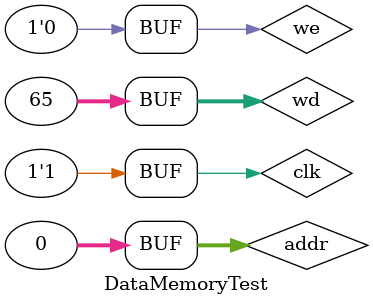
<source format=sv>
module DataMemoryTest();

	logic clk, we;
	logic[31:0] addr, wd, rd;

	DataMemory DUT(clk, we, addr, wd, rd);
	
	initial begin
		
		clk = 1'b1;
		we = 1'b0;
		addr = 32'b0;
		wd = 32'b0;
		
		#10;
		
		wd = 32'd131;
		we = 1'b1;
		clk = 1'b0;
		
		#10;
		
		clk = 1'b1;
		we = 1'b0;
		addr = 32'd1;
		wd = 32'd65;
		
		#10;
		
		clk = 1'b0;
		
		#10;
		
		addr = 32'd0;
		clk = 1'b1;
	
		#10;
	
	end

endmodule 
</source>
